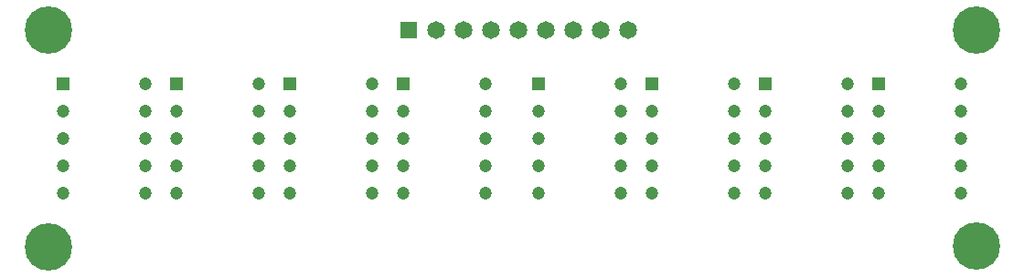
<source format=gbr>
G04 #@! TF.GenerationSoftware,KiCad,Pcbnew,(5.1.10)-1*
G04 #@! TF.CreationDate,2021-10-20T16:59:38-04:00*
G04 #@! TF.ProjectId,7seg,37736567-2e6b-4696-9361-645f70636258,rev?*
G04 #@! TF.SameCoordinates,Original*
G04 #@! TF.FileFunction,Soldermask,Bot*
G04 #@! TF.FilePolarity,Negative*
%FSLAX46Y46*%
G04 Gerber Fmt 4.6, Leading zero omitted, Abs format (unit mm)*
G04 Created by KiCad (PCBNEW (5.1.10)-1) date 2021-10-20 16:59:38*
%MOMM*%
%LPD*%
G01*
G04 APERTURE LIST*
%ADD10C,4.400000*%
%ADD11C,1.650000*%
%ADD12R,1.650000X1.650000*%
%ADD13C,1.200000*%
%ADD14R,1.200000X1.200000*%
G04 APERTURE END LIST*
D10*
X159537400Y-70053200D03*
X159537400Y-90119200D03*
X73583800Y-90144600D03*
X73583800Y-70027800D03*
D11*
X127320000Y-70000000D03*
X124780000Y-70000000D03*
X122240000Y-70000000D03*
X119700000Y-70000000D03*
X117160000Y-70000000D03*
X114620000Y-70000000D03*
X112080000Y-70000000D03*
X109540000Y-70000000D03*
D12*
X107000000Y-70000000D03*
D13*
X82620000Y-75000000D03*
X82620000Y-77540000D03*
X82620000Y-80080000D03*
X82620000Y-82620000D03*
X82620000Y-85160000D03*
X75000000Y-85160000D03*
X75000000Y-82620000D03*
X75000000Y-80080000D03*
X75000000Y-77540000D03*
D14*
X75000000Y-75000000D03*
D13*
X158120000Y-75000000D03*
X158120000Y-77540000D03*
X158120000Y-80080000D03*
X158120000Y-82620000D03*
X158120000Y-85160000D03*
X150500000Y-85160000D03*
X150500000Y-82620000D03*
X150500000Y-80080000D03*
X150500000Y-77540000D03*
D14*
X150500000Y-75000000D03*
D13*
X147620000Y-75000000D03*
X147620000Y-77540000D03*
X147620000Y-80080000D03*
X147620000Y-82620000D03*
X147620000Y-85160000D03*
X140000000Y-85160000D03*
X140000000Y-82620000D03*
X140000000Y-80080000D03*
X140000000Y-77540000D03*
D14*
X140000000Y-75000000D03*
D13*
X137120000Y-75000000D03*
X137120000Y-77540000D03*
X137120000Y-80080000D03*
X137120000Y-82620000D03*
X137120000Y-85160000D03*
X129500000Y-85160000D03*
X129500000Y-82620000D03*
X129500000Y-80080000D03*
X129500000Y-77540000D03*
D14*
X129500000Y-75000000D03*
D13*
X126620000Y-75000000D03*
X126620000Y-77540000D03*
X126620000Y-80080000D03*
X126620000Y-82620000D03*
X126620000Y-85160000D03*
X119000000Y-85160000D03*
X119000000Y-82620000D03*
X119000000Y-80080000D03*
X119000000Y-77540000D03*
D14*
X119000000Y-75000000D03*
D13*
X114120000Y-75000000D03*
X114120000Y-77540000D03*
X114120000Y-80080000D03*
X114120000Y-82620000D03*
X114120000Y-85160000D03*
X106500000Y-85160000D03*
X106500000Y-82620000D03*
X106500000Y-80080000D03*
X106500000Y-77540000D03*
D14*
X106500000Y-75000000D03*
D13*
X103620000Y-75000000D03*
X103620000Y-77540000D03*
X103620000Y-80080000D03*
X103620000Y-82620000D03*
X103620000Y-85160000D03*
X96000000Y-85160000D03*
X96000000Y-82620000D03*
X96000000Y-80080000D03*
X96000000Y-77540000D03*
D14*
X96000000Y-75000000D03*
D13*
X93120000Y-75000000D03*
X93120000Y-77540000D03*
X93120000Y-80080000D03*
X93120000Y-82620000D03*
X93120000Y-85160000D03*
X85500000Y-85160000D03*
X85500000Y-82620000D03*
X85500000Y-80080000D03*
X85500000Y-77540000D03*
D14*
X85500000Y-75000000D03*
M02*

</source>
